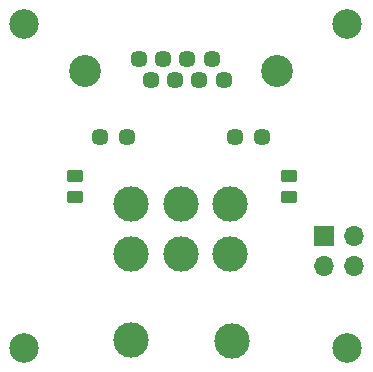
<source format=gts>
G04 #@! TF.GenerationSoftware,KiCad,Pcbnew,(7.0.0-0)*
G04 #@! TF.CreationDate,2023-06-07T10:38:09+02:00*
G04 #@! TF.ProjectId,hru300 adapter pcn,68727533-3030-4206-9164-617074657220,rev?*
G04 #@! TF.SameCoordinates,Original*
G04 #@! TF.FileFunction,Soldermask,Top*
G04 #@! TF.FilePolarity,Negative*
%FSLAX46Y46*%
G04 Gerber Fmt 4.6, Leading zero omitted, Abs format (unit mm)*
G04 Created by KiCad (PCBNEW (7.0.0-0)) date 2023-06-07 10:38:09*
%MOMM*%
%LPD*%
G01*
G04 APERTURE LIST*
G04 Aperture macros list*
%AMRoundRect*
0 Rectangle with rounded corners*
0 $1 Rounding radius*
0 $2 $3 $4 $5 $6 $7 $8 $9 X,Y pos of 4 corners*
0 Add a 4 corners polygon primitive as box body*
4,1,4,$2,$3,$4,$5,$6,$7,$8,$9,$2,$3,0*
0 Add four circle primitives for the rounded corners*
1,1,$1+$1,$2,$3*
1,1,$1+$1,$4,$5*
1,1,$1+$1,$6,$7*
1,1,$1+$1,$8,$9*
0 Add four rect primitives between the rounded corners*
20,1,$1+$1,$2,$3,$4,$5,0*
20,1,$1+$1,$4,$5,$6,$7,0*
20,1,$1+$1,$6,$7,$8,$9,0*
20,1,$1+$1,$8,$9,$2,$3,0*%
G04 Aperture macros list end*
%ADD10RoundRect,0.250000X0.450000X-0.262500X0.450000X0.262500X-0.450000X0.262500X-0.450000X-0.262500X0*%
%ADD11R,1.700000X1.700000*%
%ADD12O,1.700000X1.700000*%
%ADD13C,2.500000*%
%ADD14C,0.001000*%
%ADD15C,1.446000*%
%ADD16C,2.700000*%
%ADD17C,3.000000*%
G04 APERTURE END LIST*
D10*
X153492200Y-88718400D03*
X153492200Y-86893400D03*
D11*
X156459999Y-91959999D03*
D12*
X158999999Y-91959999D03*
X156459999Y-94499999D03*
X158999999Y-94499999D03*
D10*
X135305800Y-88718400D03*
X135305800Y-86893400D03*
D13*
X158369000Y-101500000D03*
X158369000Y-74000000D03*
D14*
X150704200Y-74472800D03*
X138004200Y-74472800D03*
D15*
X140784200Y-77012800D03*
X141804200Y-78792800D03*
X142824200Y-77012800D03*
X143844200Y-78792800D03*
X144864200Y-77012800D03*
X145884200Y-78792800D03*
X146904200Y-77012800D03*
X147924200Y-78792800D03*
X137494200Y-83602800D03*
X139784200Y-83602800D03*
X148924200Y-83602800D03*
X151214200Y-83602800D03*
D16*
X152484200Y-78032800D03*
X136224200Y-78032800D03*
D13*
X131000000Y-74000000D03*
D17*
X148597400Y-100882200D03*
X140097400Y-100782200D03*
X148497400Y-93482200D03*
X144297400Y-93482200D03*
X140097400Y-93482200D03*
X148497400Y-89282200D03*
X144297400Y-89282200D03*
X140097400Y-89282200D03*
D13*
X131000000Y-101500000D03*
M02*

</source>
